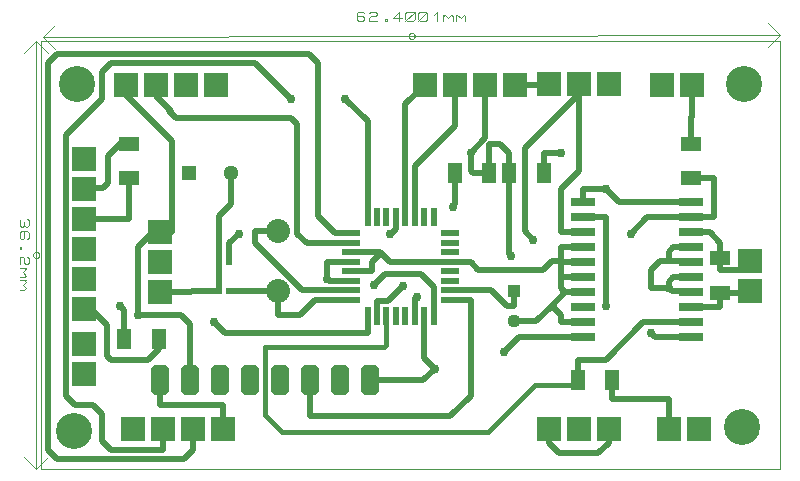
<source format=gbr>
G04 PROTEUS GERBER X2 FILE*
%TF.GenerationSoftware,Labcenter,Proteus,8.15-SP1-Build34318*%
%TF.CreationDate,2024-02-24T08:34:58+00:00*%
%TF.FileFunction,Copper,L1,Top*%
%TF.FilePolarity,Positive*%
%TF.Part,Single*%
%TF.SameCoordinates,{d6b9a477-15e1-4d55-aad5-44706a46bc90}*%
%FSLAX45Y45*%
%MOMM*%
G01*
%TA.AperFunction,Conductor*%
%ADD10C,0.508000*%
%ADD11C,0.381000*%
%TA.AperFunction,ViaPad*%
%ADD12C,0.762000*%
%TA.AperFunction,SMDPad,CuDef*%
%ADD13R,1.498600X0.558800*%
%ADD14R,0.558800X1.498600*%
%TA.AperFunction,WasherPad*%
%ADD15R,1.120000X1.120000*%
%TA.AperFunction,ComponentPad*%
%ADD16C,1.120000*%
%TA.AperFunction,SMDPad,CuDef*%
%ADD17R,0.609600X0.609600*%
%TA.AperFunction,ComponentPad*%
%ADD18R,2.032000X2.032000*%
%TA.AperFunction,SMDPad,CuDef*%
%ADD19R,1.143000X1.803400*%
%TA.AperFunction,SMDPad,CuDef*%
%ADD70R,2.032000X0.635000*%
%TA.AperFunction,ComponentPad*%
%ADD71C,2.032000*%
%TA.AperFunction,WasherPad*%
%ADD20R,1.280000X1.280000*%
%TA.AperFunction,ComponentPad*%
%ADD21C,1.280000*%
%TA.AperFunction,SMDPad,CuDef*%
%ADD22R,1.803400X1.143000*%
%AMDIL015*
4,1,8,
-0.762000,0.965200,-0.457200,1.270000,0.457200,1.270000,0.762000,0.965200,0.762000,-0.965200,
0.457200,-1.270000,-0.457200,-1.270000,-0.762000,-0.965200,-0.762000,0.965200,
0*%
%TA.AperFunction,ComponentPad*%
%ADD23DIL015*%
%TA.AperFunction,OtherPad,Unknown*%
%ADD24C,3.048000*%
%TA.AperFunction,Profile*%
%ADD25C,0.101600*%
%TA.AperFunction,NonMaterial*%
%ADD26C,0.101600*%
%TD.AperFunction*%
D10*
X-6172200Y+6096000D02*
X-6268200Y+6000000D01*
X-6722000Y+6000000D01*
X-6172200Y+6096000D02*
X-6260000Y+6183800D01*
X-6260000Y+6540000D01*
X-4724400Y+6629400D02*
X-4724400Y+7377000D01*
X-4914400Y+7377000D01*
X-6324600Y+6705600D02*
X-6340000Y+6690200D01*
X-6340000Y+6540000D01*
X-4000000Y+7377000D02*
X-3810000Y+7377000D01*
X-3810000Y+7710000D01*
X-4000000Y+7710000D01*
X-6436000Y+6794500D02*
X-6563000Y+6667500D01*
X-6660000Y+6667500D01*
X-6660000Y+6540000D01*
X-4000000Y+7377000D02*
X-4370500Y+7377000D01*
X-4508500Y+7239000D01*
X-8036000Y+6487000D02*
X-7949800Y+6400800D01*
X-6740000Y+6400800D01*
X-6740000Y+6540000D01*
X-6880000Y+7160000D02*
X-7084469Y+7160000D01*
X-7087469Y+7157000D01*
X-7256000Y+7157000D01*
X-7336000Y+7237000D01*
X-7336000Y+8162200D01*
X-7388800Y+8215000D01*
X-8366000Y+8215000D01*
X-8425181Y+8274181D01*
X-8403181Y+8274181D01*
X-8534000Y+8405000D01*
X-8534000Y+8497000D01*
X-8216000Y+5587000D02*
X-8216000Y+5410200D01*
X-8292200Y+5334000D01*
X-9372600Y+5334000D01*
X-9448800Y+5410200D01*
X-9448800Y+8686800D01*
X-9372600Y+8763000D01*
X-7239000Y+8763000D01*
X-7162800Y+8686800D01*
X-7162800Y+7391400D01*
X-7011400Y+7240000D01*
X-6880000Y+7240000D01*
X-6934200Y+8382000D02*
X-6740000Y+8187800D01*
X-6740000Y+7380000D01*
X-7391400Y+8382000D02*
X-7696200Y+8686800D01*
X-8915400Y+8686800D01*
X-8991600Y+8610600D01*
X-8991600Y+8382000D01*
X-9296400Y+8077200D01*
X-9296400Y+5867400D01*
X-9220200Y+5791200D01*
X-9067800Y+5791200D01*
X-8991600Y+5715000D01*
X-8991600Y+5486400D01*
X-8915400Y+5410200D01*
X-8470000Y+5410200D01*
X-8470000Y+5587000D01*
X-6683200Y+6804200D02*
X-6590400Y+6897000D01*
X-6287400Y+6897000D01*
X-6180000Y+6789600D01*
X-6180000Y+6540000D01*
X-6040000Y+6680000D02*
X-5867400Y+6680000D01*
X-5867400Y+5867400D01*
X-6037800Y+5697000D01*
X-7230000Y+5697000D01*
X-7230000Y+6000000D01*
X-7500000Y+6750000D02*
X-7500000Y+6553200D01*
X-7315200Y+6553200D01*
X-7188400Y+6680000D01*
X-6880000Y+6680000D01*
X-7500000Y+6750000D02*
X-7910000Y+6750000D01*
X-7500000Y+7258000D02*
X-7696200Y+7258000D01*
X-7696200Y+7162800D01*
X-7293400Y+6760000D01*
X-6880000Y+6760000D01*
X-7830820Y+7236460D02*
X-7910000Y+7157280D01*
X-7910000Y+7000000D01*
X-6019800Y+7467600D02*
X-6000000Y+7487400D01*
X-6000000Y+7750000D01*
X-6553200Y+7239000D02*
X-6538100Y+7239000D01*
X-6500000Y+7277100D01*
X-6500000Y+7380000D01*
X-6254000Y+8500000D02*
X-6420000Y+8334000D01*
X-6420000Y+7380000D01*
X-6000000Y+8500000D02*
X-6000000Y+8153400D01*
X-6340000Y+7813400D01*
X-6340000Y+7380000D01*
X-4960000Y+6000000D02*
X-4960000Y+6172200D01*
X-4724400Y+6172200D01*
X-4408600Y+6488000D01*
X-4000000Y+6488000D01*
D11*
X-4960000Y+6000000D02*
X-4944851Y+6000000D01*
X-4922520Y+5977669D01*
X-4936000Y+5964189D01*
X-4936000Y+5957000D01*
X-5320600Y+5957000D01*
X-5720600Y+5557000D01*
X-7462000Y+5557000D01*
X-7606000Y+5701000D01*
X-7606000Y+6277000D01*
X-6600800Y+6277000D01*
X-6580000Y+6297800D01*
X-6580000Y+6540000D01*
D10*
X-4724400Y+7620000D02*
X-4608400Y+7504000D01*
X-4000000Y+7504000D01*
X-5105400Y+7924800D02*
X-5250000Y+7924800D01*
X-5250000Y+7750000D01*
X-4724400Y+7620000D02*
X-4914400Y+7620000D01*
X-4914400Y+7504000D01*
X-4343400Y+6400800D02*
X-4303600Y+6361000D01*
X-4000000Y+6361000D01*
X-4953000Y+8420000D02*
X-4953000Y+8509000D01*
X-4953000Y+8153400D02*
X-4953000Y+7772400D01*
X-5105400Y+7620000D01*
X-5105400Y+7250000D01*
X-4914400Y+7250000D01*
X-4953000Y+8420000D02*
X-4953000Y+8382000D01*
X-4953000Y+8153400D02*
X-4953000Y+8382000D01*
X-5336000Y+7187000D02*
X-5410200Y+7261200D01*
X-5410200Y+7962800D01*
X-4953000Y+8420000D01*
X-3757000Y+6736000D02*
X-3757000Y+6615000D01*
X-4000000Y+6615000D01*
X-3757000Y+6736000D02*
X-3514000Y+6736000D01*
X-3500000Y+6750000D01*
X-3757000Y+7036000D02*
X-3757000Y+7162800D01*
X-3844200Y+7250000D01*
X-4000000Y+7250000D01*
X-3757000Y+7036000D02*
X-3757000Y+6930590D01*
X-3573410Y+6930590D01*
X-3500000Y+7004000D01*
X-5588000Y+6233160D02*
X-5460160Y+6361000D01*
X-4914400Y+6361000D01*
X-3996000Y+8500000D02*
X-3996000Y+8229600D01*
X-4000000Y+8225600D01*
X-4000000Y+8000000D01*
X-4670000Y+6000000D02*
X-4670000Y+5842000D01*
X-4191000Y+5842000D01*
X-4191000Y+5715000D01*
X-4191000Y+5588000D01*
X-9144000Y+6604000D02*
X-9083000Y+6604000D01*
X-8946000Y+6467000D01*
X-8946000Y+6202800D01*
X-8915400Y+6172200D01*
X-8600800Y+6172200D01*
X-8509000Y+6264000D01*
X-8509000Y+6350000D01*
X-9144000Y+7366000D02*
X-8763000Y+7366000D01*
X-8763000Y+7620000D01*
X-8763000Y+7711000D01*
X-9144000Y+7620000D02*
X-9144000Y+7623809D01*
X-9107171Y+7623809D01*
X-9105900Y+7625080D01*
X-8977920Y+7625080D01*
X-8935720Y+7667280D01*
X-8935720Y+7891780D01*
X-8823960Y+8003540D01*
X-8773160Y+8003540D01*
X-8770725Y+8001105D01*
X-8770725Y+7993275D01*
X-8763000Y+8001000D01*
X-8839200Y+6629400D02*
X-8799000Y+6589200D01*
X-8799000Y+6350000D01*
X-5105400Y+6869000D02*
X-5105400Y+6778400D01*
X-5069000Y+6742000D01*
X-5181600Y+6629400D02*
X-5069000Y+6742000D01*
X-4191000Y+7010400D02*
X-4000000Y+7010400D01*
X-4000000Y+6996000D01*
X-4267200Y+7010400D02*
X-4191000Y+7010400D01*
X-8500000Y+6000000D02*
X-8500000Y+5791200D01*
X-7962000Y+5791200D01*
X-7962000Y+5587000D01*
X-8000000Y+7000000D02*
X-8000000Y+7391400D01*
X-7900000Y+7491400D01*
X-7900000Y+7750000D01*
X-5500000Y+6500000D02*
X-5311000Y+6500000D01*
X-5181600Y+6629400D01*
X-6040000Y+7000000D02*
X-6553200Y+7000000D01*
X-6629400Y+7076200D01*
X-5105400Y+7010400D02*
X-5105400Y+7123000D01*
X-4914400Y+7123000D01*
X-5181600Y+6629400D02*
X-5105400Y+6553200D01*
X-5105400Y+6488000D01*
X-4914400Y+6488000D01*
X-4191000Y+7086600D02*
X-4154600Y+7123000D01*
X-4000000Y+7123000D01*
X-6040000Y+7000000D02*
X-5867400Y+7000000D01*
X-5801600Y+6934200D01*
X-5257800Y+6934200D01*
X-5181600Y+7010400D01*
X-4191000Y+6781800D02*
X-4165600Y+6756400D01*
X-4000000Y+6756400D01*
X-4000000Y+6742000D01*
X-4191000Y+7086600D02*
X-4191000Y+7010400D01*
X-5105400Y+7010400D02*
X-5091000Y+6996000D01*
X-4914400Y+6996000D01*
X-5492000Y+8500000D02*
X-5216000Y+8500000D01*
X-5207000Y+8509000D01*
X-8000000Y+6750000D02*
X-8229600Y+6750000D01*
X-8233600Y+6746000D01*
X-8500000Y+6746000D01*
X-8000000Y+7000000D02*
X-8000000Y+6750000D01*
X-5069000Y+6742000D02*
X-4914400Y+6742000D01*
X-5105400Y+6869000D02*
X-5105399Y+6868999D01*
X-4914400Y+6868999D01*
X-4914400Y+6869000D01*
X-4191000Y+6781800D02*
X-4191000Y+6830900D01*
X-4152900Y+6869000D01*
X-4000000Y+6869000D01*
X-5105400Y+7010400D02*
X-5105400Y+6869000D01*
X-4191000Y+6781800D02*
X-4343400Y+6781800D01*
X-4343400Y+6934200D01*
X-4267200Y+7010400D01*
X-5105400Y+7010400D02*
X-5181600Y+7010400D01*
X-6629400Y+7076200D02*
X-6633200Y+7080000D01*
X-6880000Y+7080000D01*
X-6629400Y+7076200D02*
X-6705600Y+7000000D01*
X-6705600Y+6920000D01*
X-6880000Y+6920000D01*
X-5207000Y+5588000D02*
X-5207000Y+5468000D01*
X-5116000Y+5377000D01*
X-4786000Y+5377000D01*
X-4699000Y+5464000D01*
X-4699000Y+5588000D01*
X-5746000Y+8500000D02*
X-5746000Y+8046200D01*
X-5867400Y+7924800D01*
X-8246000Y+6000000D02*
X-8246000Y+6477000D01*
X-8322200Y+6553200D01*
X-8686800Y+6553200D01*
X-5867400Y+7772400D02*
X-5867400Y+7924800D01*
X-7086600Y+6858000D02*
X-7086600Y+7000000D01*
X-6880000Y+7000000D01*
X-5540000Y+7750000D02*
X-5540000Y+7064000D01*
X-5524500Y+7048500D01*
X-5500000Y+6750000D02*
X-5500000Y+6629400D01*
X-5562600Y+6629400D01*
X-5693200Y+6760000D01*
X-6040000Y+6760000D01*
X-7086600Y+6858000D02*
X-7068600Y+6840000D01*
X-6880000Y+6840000D01*
X-5710000Y+7750000D02*
X-5845000Y+7750000D01*
X-5867400Y+7772400D01*
X-5540000Y+7750000D02*
X-5540000Y+7924800D01*
X-5616200Y+8001000D01*
X-5710000Y+8001000D01*
X-5710000Y+7750000D01*
X-8500000Y+7254000D02*
X-8559000Y+7254000D01*
X-8686800Y+7126200D01*
X-8686800Y+6553200D01*
X-8500000Y+7254000D02*
X-8398000Y+7254000D01*
X-8398000Y+8019000D01*
X-8788000Y+8409000D01*
X-8788000Y+8497000D01*
D12*
X-6172200Y+6096000D03*
X-4724400Y+6629400D03*
X-6324600Y+6705600D03*
X-6436000Y+6794500D03*
X-4508500Y+7239000D03*
X-8036000Y+6487000D03*
X-6934200Y+8382000D03*
X-7391400Y+8382000D03*
X-6683200Y+6804200D03*
X-7830820Y+7236460D03*
X-6019800Y+7467600D03*
X-6553200Y+7239000D03*
X-5105400Y+7924800D03*
X-4343400Y+6400800D03*
X-4724400Y+7620000D03*
X-5336000Y+7187000D03*
X-5588000Y+6233160D03*
X-8839200Y+6629400D03*
X-4191000Y+6781800D03*
X-5867400Y+7924800D03*
X-5524500Y+7048500D03*
X-7086600Y+6858000D03*
X-8686800Y+6553200D03*
D13*
X-6880000Y+7240000D03*
X-6880000Y+7160000D03*
X-6880000Y+7080000D03*
X-6880000Y+7000000D03*
X-6880000Y+6920000D03*
X-6880000Y+6840000D03*
X-6880000Y+6760000D03*
X-6880000Y+6680000D03*
D14*
X-6740000Y+6540000D03*
X-6660000Y+6540000D03*
X-6580000Y+6540000D03*
X-6500000Y+6540000D03*
X-6420000Y+6540000D03*
X-6340000Y+6540000D03*
X-6260000Y+6540000D03*
X-6180000Y+6540000D03*
D13*
X-6040000Y+6680000D03*
X-6040000Y+6760000D03*
X-6040000Y+6840000D03*
X-6040000Y+6920000D03*
X-6040000Y+7000000D03*
X-6040000Y+7080000D03*
X-6040000Y+7160000D03*
X-6040000Y+7240000D03*
D14*
X-6180000Y+7380000D03*
X-6260000Y+7380000D03*
X-6340000Y+7380000D03*
X-6420000Y+7380000D03*
X-6500000Y+7380000D03*
X-6580000Y+7380000D03*
X-6660000Y+7380000D03*
X-6740000Y+7380000D03*
D15*
X-5500000Y+6750000D03*
D16*
X-5500000Y+6500000D03*
D17*
X-8000000Y+7000000D03*
X-7910000Y+7000000D03*
D18*
X-9144000Y+6604000D03*
X-9144000Y+6858000D03*
X-9144000Y+7112000D03*
X-9144000Y+7366000D03*
X-9144000Y+6301220D03*
X-9144000Y+6047220D03*
D19*
X-5540000Y+7750000D03*
X-5250000Y+7750000D03*
X-4670000Y+6000000D03*
X-4960000Y+6000000D03*
D70*
X-4914400Y+7504000D03*
X-4914400Y+7377000D03*
X-4914400Y+7250000D03*
X-4914400Y+7123000D03*
X-4914400Y+6996000D03*
X-4914400Y+6869000D03*
X-4914400Y+6742000D03*
X-4914400Y+6615000D03*
X-4914400Y+6488000D03*
X-4914400Y+6361000D03*
X-4000000Y+6361000D03*
X-4000000Y+6488000D03*
X-4000000Y+6615000D03*
X-4000000Y+6742000D03*
X-4000000Y+6869000D03*
X-4000000Y+6996000D03*
X-4000000Y+7123000D03*
X-4000000Y+7250000D03*
X-4000000Y+7377000D03*
X-4000000Y+7504000D03*
D71*
X-7500000Y+7258000D03*
X-7500000Y+6750000D03*
D20*
X-8250000Y+7750000D03*
D21*
X-7900000Y+7750000D03*
D17*
X-8000000Y+6750000D03*
X-7910000Y+6750000D03*
D18*
X-5492000Y+8500000D03*
X-5746000Y+8500000D03*
X-6000000Y+8500000D03*
X-6254000Y+8500000D03*
X-3500000Y+6750000D03*
X-3500000Y+7004000D03*
X-9144000Y+7874000D03*
X-9144000Y+7620000D03*
D19*
X-5710000Y+7750000D03*
X-6000000Y+7750000D03*
D22*
X-4000000Y+8000000D03*
X-4000000Y+7710000D03*
D18*
X-8500000Y+6746000D03*
X-8500000Y+7000000D03*
X-8500000Y+7254000D03*
X-4191000Y+5588000D03*
X-3937000Y+5588000D03*
X-3996000Y+8500000D03*
X-4250000Y+8500000D03*
X-7962000Y+5587000D03*
X-8216000Y+5587000D03*
X-8470000Y+5587000D03*
X-8724000Y+5587000D03*
X-8026000Y+8497000D03*
X-8280000Y+8497000D03*
X-8534000Y+8497000D03*
X-8788000Y+8497000D03*
D23*
X-6722000Y+6000000D03*
X-6976000Y+6000000D03*
X-7230000Y+6000000D03*
X-7484000Y+6000000D03*
X-7738000Y+6000000D03*
X-7992000Y+6000000D03*
X-8246000Y+6000000D03*
X-8500000Y+6000000D03*
D18*
X-5207000Y+8509000D03*
X-4953000Y+8509000D03*
X-4699000Y+8509000D03*
X-5207000Y+5588000D03*
X-4953000Y+5588000D03*
X-4699000Y+5588000D03*
D22*
X-8763000Y+8001000D03*
X-8763000Y+7711000D03*
D19*
X-8799000Y+6350000D03*
X-8509000Y+6350000D03*
D24*
X-9196000Y+8507000D03*
X-9226000Y+5567000D03*
X-3566000Y+5597000D03*
X-3556000Y+8507000D03*
D22*
X-3757000Y+7036000D03*
X-3757000Y+6736000D03*
D25*
X-9504000Y+5246000D02*
X-3250000Y+5246000D01*
X-3250000Y+8873000D01*
X-9504000Y+8873000D01*
X-9504000Y+5246000D01*
D26*
X-9546000Y+8867000D02*
X-9546000Y+5247000D01*
X-9546000Y+8867000D02*
X-9647600Y+8765400D01*
X-9546000Y+8867000D02*
X-9444400Y+8765400D01*
X-9546000Y+5247000D02*
X-9444400Y+5348600D01*
X-9546000Y+5247000D02*
X-9647600Y+5348600D01*
X-9520600Y+7057000D02*
X-9520688Y+7059109D01*
X-9521401Y+7063328D01*
X-9522893Y+7067547D01*
X-9525333Y+7071766D01*
X-9529064Y+7075930D01*
X-9533283Y+7078987D01*
X-9537502Y+7080936D01*
X-9541721Y+7082037D01*
X-9545940Y+7082400D01*
X-9546000Y+7082400D01*
X-9571400Y+7057000D02*
X-9571312Y+7059109D01*
X-9570599Y+7063328D01*
X-9569107Y+7067547D01*
X-9566667Y+7071766D01*
X-9562936Y+7075930D01*
X-9558717Y+7078987D01*
X-9554498Y+7080936D01*
X-9550279Y+7082037D01*
X-9546060Y+7082400D01*
X-9546000Y+7082400D01*
X-9571400Y+7057000D02*
X-9571312Y+7054891D01*
X-9570599Y+7050672D01*
X-9569107Y+7046453D01*
X-9566667Y+7042234D01*
X-9562936Y+7038070D01*
X-9558717Y+7035013D01*
X-9554498Y+7033064D01*
X-9550279Y+7031963D01*
X-9546060Y+7031600D01*
X-9546000Y+7031600D01*
X-9520600Y+7057000D02*
X-9520688Y+7054891D01*
X-9521401Y+7050672D01*
X-9522893Y+7046453D01*
X-9525333Y+7042234D01*
X-9529064Y+7038070D01*
X-9533283Y+7035013D01*
X-9537502Y+7033064D01*
X-9541721Y+7031963D01*
X-9545940Y+7031600D01*
X-9546000Y+7031600D01*
X-9622020Y+7363705D02*
X-9609320Y+7350370D01*
X-9609320Y+7310365D01*
X-9622020Y+7297030D01*
X-9634720Y+7297030D01*
X-9647420Y+7310365D01*
X-9660120Y+7297030D01*
X-9672820Y+7297030D01*
X-9685520Y+7310365D01*
X-9685520Y+7350370D01*
X-9672820Y+7363705D01*
X-9647420Y+7337035D02*
X-9647420Y+7310365D01*
X-9622020Y+7190350D02*
X-9609320Y+7203685D01*
X-9609320Y+7243690D01*
X-9622020Y+7257025D01*
X-9672820Y+7257025D01*
X-9685520Y+7243690D01*
X-9685520Y+7203685D01*
X-9672820Y+7190350D01*
X-9660120Y+7190350D01*
X-9647420Y+7203685D01*
X-9647420Y+7257025D01*
X-9672820Y+7123675D02*
X-9672820Y+7110340D01*
X-9685520Y+7110340D01*
X-9685520Y+7123675D01*
X-9672820Y+7123675D01*
X-9622020Y+7043665D02*
X-9609320Y+7030330D01*
X-9609320Y+6990325D01*
X-9622020Y+6976990D01*
X-9634720Y+6976990D01*
X-9647420Y+6990325D01*
X-9647420Y+7030330D01*
X-9660120Y+7043665D01*
X-9685520Y+7043665D01*
X-9685520Y+6976990D01*
X-9685520Y+6950320D02*
X-9634720Y+6950320D01*
X-9647420Y+6950320D02*
X-9634720Y+6936985D01*
X-9660120Y+6910315D01*
X-9634720Y+6883645D01*
X-9647420Y+6870310D01*
X-9685520Y+6870310D01*
X-9685520Y+6843640D02*
X-9634720Y+6843640D01*
X-9647420Y+6843640D02*
X-9634720Y+6830305D01*
X-9660120Y+6803635D01*
X-9634720Y+6776965D01*
X-9647420Y+6763630D01*
X-9685520Y+6763630D01*
X-9486000Y+8907000D02*
X-3246000Y+8917000D01*
X-9486000Y+8907000D02*
X-9384237Y+8805562D01*
X-9486000Y+8907000D02*
X-9384562Y+9008762D01*
X-3246000Y+8917000D02*
X-3347762Y+9018437D01*
X-3246000Y+8917000D02*
X-3347437Y+8815237D01*
X-6340600Y+8912000D02*
X-6340688Y+8914109D01*
X-6341401Y+8918328D01*
X-6342893Y+8922547D01*
X-6345333Y+8926766D01*
X-6349064Y+8930930D01*
X-6353283Y+8933987D01*
X-6357502Y+8935936D01*
X-6361721Y+8937037D01*
X-6365940Y+8937400D01*
X-6366000Y+8937400D01*
X-6391400Y+8912000D02*
X-6391312Y+8914109D01*
X-6390599Y+8918328D01*
X-6389107Y+8922547D01*
X-6386667Y+8926766D01*
X-6382936Y+8930930D01*
X-6378717Y+8933987D01*
X-6374498Y+8935936D01*
X-6370279Y+8937037D01*
X-6366060Y+8937400D01*
X-6366000Y+8937400D01*
X-6391400Y+8912000D02*
X-6391312Y+8909891D01*
X-6390599Y+8905672D01*
X-6389107Y+8901453D01*
X-6386667Y+8897234D01*
X-6382936Y+8893070D01*
X-6378717Y+8890013D01*
X-6374498Y+8888064D01*
X-6370279Y+8886963D01*
X-6366060Y+8886600D01*
X-6366000Y+8886600D01*
X-6340600Y+8912000D02*
X-6340688Y+8909891D01*
X-6341401Y+8905672D01*
X-6342893Y+8901453D01*
X-6345333Y+8897234D01*
X-6349064Y+8893070D01*
X-6353283Y+8890013D01*
X-6357502Y+8888064D01*
X-6361721Y+8886963D01*
X-6365940Y+8886600D01*
X-6366000Y+8886600D01*
X-6766050Y+9105980D02*
X-6779385Y+9118680D01*
X-6819390Y+9118680D01*
X-6832725Y+9105980D01*
X-6832725Y+9055180D01*
X-6819390Y+9042480D01*
X-6779385Y+9042480D01*
X-6766050Y+9055180D01*
X-6766050Y+9067880D01*
X-6779385Y+9080580D01*
X-6832725Y+9080580D01*
X-6726045Y+9105980D02*
X-6712710Y+9118680D01*
X-6672705Y+9118680D01*
X-6659370Y+9105980D01*
X-6659370Y+9093280D01*
X-6672705Y+9080580D01*
X-6712710Y+9080580D01*
X-6726045Y+9067880D01*
X-6726045Y+9042480D01*
X-6659370Y+9042480D01*
X-6592695Y+9055180D02*
X-6579360Y+9055180D01*
X-6579360Y+9042480D01*
X-6592695Y+9042480D01*
X-6592695Y+9055180D01*
X-6446010Y+9067880D02*
X-6526020Y+9067880D01*
X-6472680Y+9118680D01*
X-6472680Y+9042480D01*
X-6419340Y+9055180D02*
X-6419340Y+9105980D01*
X-6406005Y+9118680D01*
X-6352665Y+9118680D01*
X-6339330Y+9105980D01*
X-6339330Y+9055180D01*
X-6352665Y+9042480D01*
X-6406005Y+9042480D01*
X-6419340Y+9055180D01*
X-6419340Y+9042480D02*
X-6339330Y+9118680D01*
X-6312660Y+9055180D02*
X-6312660Y+9105980D01*
X-6299325Y+9118680D01*
X-6245985Y+9118680D01*
X-6232650Y+9105980D01*
X-6232650Y+9055180D01*
X-6245985Y+9042480D01*
X-6299325Y+9042480D01*
X-6312660Y+9055180D01*
X-6312660Y+9042480D02*
X-6232650Y+9118680D01*
X-6179310Y+9093280D02*
X-6152640Y+9118680D01*
X-6152640Y+9042480D01*
X-6099300Y+9042480D02*
X-6099300Y+9093280D01*
X-6099300Y+9080580D02*
X-6085965Y+9093280D01*
X-6059295Y+9067880D01*
X-6032625Y+9093280D01*
X-6019290Y+9080580D01*
X-6019290Y+9042480D01*
X-5992620Y+9042480D02*
X-5992620Y+9093280D01*
X-5992620Y+9080580D02*
X-5979285Y+9093280D01*
X-5952615Y+9067880D01*
X-5925945Y+9093280D01*
X-5912610Y+9080580D01*
X-5912610Y+9042480D01*
M02*

</source>
